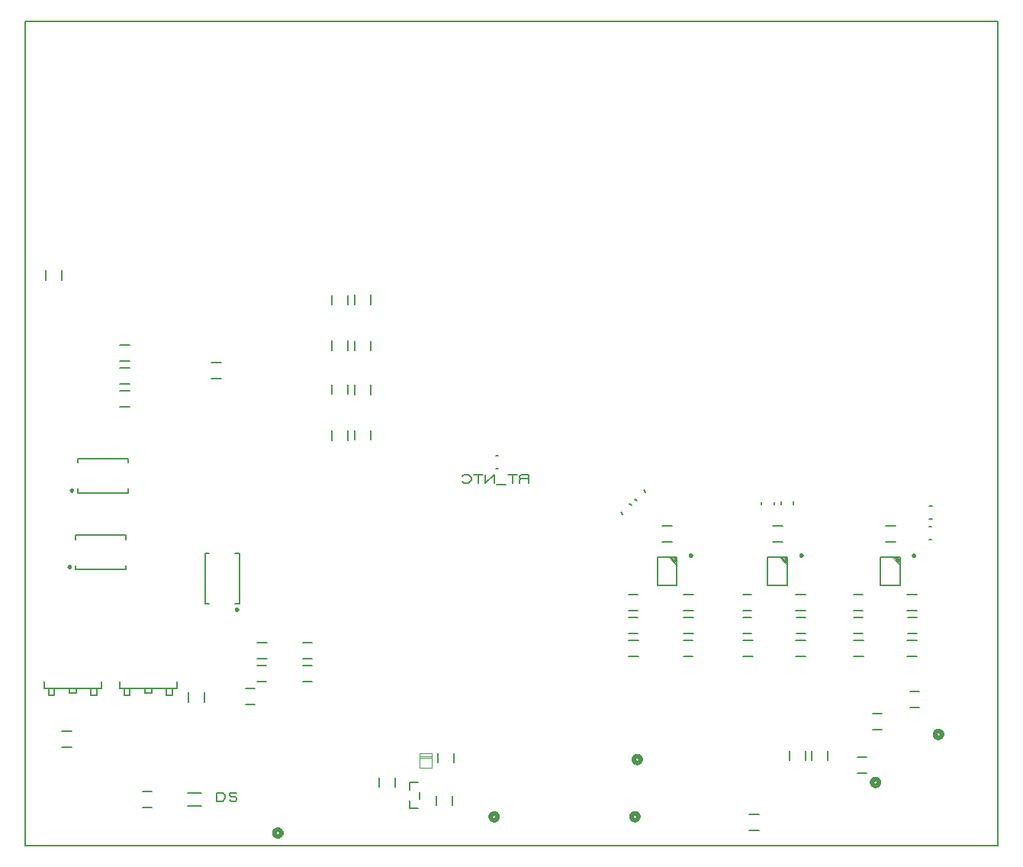
<source format=gbr>
G04 PROTEUS GERBER X2 FILE*
%TF.GenerationSoftware,Labcenter,Proteus,8.7-SP3-Build25561*%
%TF.CreationDate,2021-07-11T19:21:44+00:00*%
%TF.FileFunction,Legend,Bot*%
%TF.FilePolarity,Positive*%
%TF.Part,Single*%
%TF.SameCoordinates,{e2a5a0b5-523e-413d-a229-b9dd8a4e077c}*%
%FSLAX45Y45*%
%MOMM*%
G01*
%TA.AperFunction,Profile*%
%ADD39C,0.203200*%
%TA.AperFunction,Material*%
%ADD49C,0.200000*%
%ADD47C,0.203200*%
%ADD53C,0.250000*%
%ADD54C,0.100000*%
%ADD50C,0.508000*%
%ADD48C,0.101600*%
%TD.AperFunction*%
D39*
X-1079500Y-6413500D02*
X+9715500Y-6413500D01*
X+9715500Y+2730500D01*
X-1079500Y+2730500D01*
X-1079500Y-6413500D01*
D49*
X+2503000Y-811000D02*
X+2503000Y-921000D01*
X+2323000Y-811000D02*
X+2323000Y-921000D01*
X+2503000Y-313000D02*
X+2503000Y-413000D01*
X+2323000Y-313000D02*
X+2323000Y-413000D01*
X+2757000Y-303000D02*
X+2757000Y-413000D01*
X+2577000Y-303000D02*
X+2577000Y-413000D01*
X+2757000Y-821000D02*
X+2757000Y-921000D01*
X+2577000Y-821000D02*
X+2577000Y-921000D01*
D47*
X-235700Y-4597400D02*
X-235700Y-4673600D01*
X-870700Y-4673600D01*
X-870700Y-4597400D01*
X-515100Y-4673600D02*
X-515100Y-4724400D01*
X-591300Y-4724400D01*
X-591300Y-4673600D01*
X-286500Y-4673600D02*
X-286500Y-4749800D01*
X-350000Y-4749800D01*
X-350000Y-4673600D01*
X-819900Y-4673600D02*
X-819900Y-4749800D01*
X-756400Y-4749800D01*
X-756400Y-4673600D02*
X-756400Y-4749800D01*
X+602500Y-4597400D02*
X+602500Y-4673600D01*
X-32500Y-4673600D01*
X-32500Y-4597400D01*
X+323100Y-4673600D02*
X+323100Y-4724400D01*
X+246900Y-4724400D01*
X+246900Y-4673600D01*
X+551700Y-4673600D02*
X+551700Y-4749800D01*
X+488200Y-4749800D01*
X+488200Y-4673600D01*
X+18300Y-4673600D02*
X+18300Y-4749800D01*
X+81800Y-4749800D01*
X+81800Y-4673600D02*
X+81800Y-4749800D01*
D49*
X+78000Y-1550500D02*
X-32000Y-1550500D01*
X+78000Y-1370500D02*
X-32000Y-1370500D01*
X+78000Y-1042500D02*
X-32000Y-1042500D01*
X+78000Y-862500D02*
X-32000Y-862500D01*
X+78000Y-1296500D02*
X-32000Y-1296500D01*
X+78000Y-1116500D02*
X-32000Y-1116500D01*
X+984000Y-1053000D02*
X+1094000Y-1053000D01*
X+984000Y-1233000D02*
X+1094000Y-1233000D01*
X-564100Y-5322400D02*
X-674100Y-5322400D01*
X-564100Y-5142400D02*
X-674100Y-5142400D01*
X+728400Y-4819900D02*
X+728400Y-4709900D01*
X+908400Y-4819900D02*
X+908400Y-4709900D01*
X+2757000Y-1301500D02*
X+2757000Y-1411500D01*
X+2577000Y-1301500D02*
X+2577000Y-1411500D01*
X+2503000Y-1809500D02*
X+2503000Y-1919500D01*
X+2323000Y-1809500D02*
X+2323000Y-1919500D01*
X+2757000Y-1809500D02*
X+2757000Y-1909500D01*
X+2577000Y-1809500D02*
X+2577000Y-1909500D01*
X+2503000Y-1301500D02*
X+2503000Y-1401500D01*
X+2323000Y-1301500D02*
X+2323000Y-1401500D01*
D53*
X+6316500Y-3195902D02*
X+6316457Y-3194863D01*
X+6316105Y-3192784D01*
X+6315368Y-3190705D01*
X+6314164Y-3188626D01*
X+6312323Y-3186576D01*
X+6310244Y-3185073D01*
X+6308165Y-3184116D01*
X+6306086Y-3183577D01*
X+6304007Y-3183402D01*
X+6304000Y-3183402D01*
X+6291500Y-3195902D02*
X+6291543Y-3194863D01*
X+6291895Y-3192784D01*
X+6292632Y-3190705D01*
X+6293836Y-3188626D01*
X+6295677Y-3186576D01*
X+6297756Y-3185073D01*
X+6299835Y-3184116D01*
X+6301914Y-3183577D01*
X+6303993Y-3183402D01*
X+6304000Y-3183402D01*
X+6291500Y-3195902D02*
X+6291543Y-3196941D01*
X+6291895Y-3199020D01*
X+6292632Y-3201099D01*
X+6293836Y-3203178D01*
X+6295677Y-3205228D01*
X+6297756Y-3206731D01*
X+6299835Y-3207688D01*
X+6301914Y-3208227D01*
X+6303993Y-3208402D01*
X+6304000Y-3208402D01*
X+6316500Y-3195902D02*
X+6316457Y-3196941D01*
X+6316105Y-3199020D01*
X+6315368Y-3201099D01*
X+6314164Y-3203178D01*
X+6312323Y-3205228D01*
X+6310244Y-3206731D01*
X+6308165Y-3207688D01*
X+6306086Y-3208227D01*
X+6304007Y-3208402D01*
X+6304000Y-3208402D01*
D49*
X+6154000Y-3525902D02*
X+5934000Y-3525902D01*
X+5934000Y-3215902D01*
X+6154000Y-3215902D01*
X+6154000Y-3525902D01*
D54*
X+6154000Y-3225902D02*
X+6144000Y-3215902D01*
X+6154000Y-3235902D02*
X+6134000Y-3215902D01*
X+6154000Y-3245902D02*
X+6124000Y-3215902D01*
X+6154000Y-3255902D02*
X+6114000Y-3215902D01*
X+6154000Y-3265902D02*
X+6104000Y-3215902D01*
X+6154000Y-3275902D02*
X+6094000Y-3215902D01*
X+6154000Y-3285902D02*
X+6084000Y-3215902D01*
X+6154000Y-3295902D02*
X+6074000Y-3215902D01*
X+6154000Y-3305902D02*
X+6064000Y-3215902D01*
D53*
X+7543607Y-3195533D02*
X+7543564Y-3194494D01*
X+7543212Y-3192415D01*
X+7542475Y-3190336D01*
X+7541271Y-3188257D01*
X+7539430Y-3186207D01*
X+7537351Y-3184704D01*
X+7535272Y-3183747D01*
X+7533193Y-3183208D01*
X+7531114Y-3183033D01*
X+7531107Y-3183033D01*
X+7518607Y-3195533D02*
X+7518650Y-3194494D01*
X+7519002Y-3192415D01*
X+7519739Y-3190336D01*
X+7520943Y-3188257D01*
X+7522784Y-3186207D01*
X+7524863Y-3184704D01*
X+7526942Y-3183747D01*
X+7529021Y-3183208D01*
X+7531100Y-3183033D01*
X+7531107Y-3183033D01*
X+7518607Y-3195533D02*
X+7518650Y-3196572D01*
X+7519002Y-3198651D01*
X+7519739Y-3200730D01*
X+7520943Y-3202809D01*
X+7522784Y-3204859D01*
X+7524863Y-3206362D01*
X+7526942Y-3207319D01*
X+7529021Y-3207858D01*
X+7531100Y-3208033D01*
X+7531107Y-3208033D01*
X+7543607Y-3195533D02*
X+7543564Y-3196572D01*
X+7543212Y-3198651D01*
X+7542475Y-3200730D01*
X+7541271Y-3202809D01*
X+7539430Y-3204859D01*
X+7537351Y-3206362D01*
X+7535272Y-3207319D01*
X+7533193Y-3207858D01*
X+7531114Y-3208033D01*
X+7531107Y-3208033D01*
D49*
X+7381107Y-3525533D02*
X+7161107Y-3525533D01*
X+7161107Y-3215533D01*
X+7381107Y-3215533D01*
X+7381107Y-3525533D01*
D54*
X+7381107Y-3225533D02*
X+7371107Y-3215533D01*
X+7381107Y-3235533D02*
X+7361107Y-3215533D01*
X+7381107Y-3245533D02*
X+7351107Y-3215533D01*
X+7381107Y-3255533D02*
X+7341107Y-3215533D01*
X+7381107Y-3265533D02*
X+7331107Y-3215533D01*
X+7381107Y-3275533D02*
X+7321107Y-3215533D01*
X+7381107Y-3285533D02*
X+7311107Y-3215533D01*
X+7381107Y-3295533D02*
X+7301107Y-3215533D01*
X+7381107Y-3305533D02*
X+7291107Y-3215533D01*
D53*
X+8793369Y-3197033D02*
X+8793326Y-3195994D01*
X+8792974Y-3193915D01*
X+8792237Y-3191836D01*
X+8791033Y-3189757D01*
X+8789192Y-3187707D01*
X+8787113Y-3186204D01*
X+8785034Y-3185247D01*
X+8782955Y-3184708D01*
X+8780876Y-3184533D01*
X+8780869Y-3184533D01*
X+8768369Y-3197033D02*
X+8768412Y-3195994D01*
X+8768764Y-3193915D01*
X+8769501Y-3191836D01*
X+8770705Y-3189757D01*
X+8772546Y-3187707D01*
X+8774625Y-3186204D01*
X+8776704Y-3185247D01*
X+8778783Y-3184708D01*
X+8780862Y-3184533D01*
X+8780869Y-3184533D01*
X+8768369Y-3197033D02*
X+8768412Y-3198072D01*
X+8768764Y-3200151D01*
X+8769501Y-3202230D01*
X+8770705Y-3204309D01*
X+8772546Y-3206359D01*
X+8774625Y-3207862D01*
X+8776704Y-3208819D01*
X+8778783Y-3209358D01*
X+8780862Y-3209533D01*
X+8780869Y-3209533D01*
X+8793369Y-3197033D02*
X+8793326Y-3198072D01*
X+8792974Y-3200151D01*
X+8792237Y-3202230D01*
X+8791033Y-3204309D01*
X+8789192Y-3206359D01*
X+8787113Y-3207862D01*
X+8785034Y-3208819D01*
X+8782955Y-3209358D01*
X+8780876Y-3209533D01*
X+8780869Y-3209533D01*
D49*
X+8630869Y-3527033D02*
X+8410869Y-3527033D01*
X+8410869Y-3217033D01*
X+8630869Y-3217033D01*
X+8630869Y-3527033D01*
D54*
X+8630869Y-3227033D02*
X+8620869Y-3217033D01*
X+8630869Y-3237033D02*
X+8610869Y-3217033D01*
X+8630869Y-3247033D02*
X+8600869Y-3217033D01*
X+8630869Y-3257033D02*
X+8590869Y-3217033D01*
X+8630869Y-3267033D02*
X+8580869Y-3217033D01*
X+8630869Y-3277033D02*
X+8570869Y-3217033D01*
X+8630869Y-3287033D02*
X+8560869Y-3217033D01*
X+8630869Y-3297033D02*
X+8550869Y-3217033D01*
X+8630869Y-3307033D02*
X+8540869Y-3217033D01*
D49*
X+6100500Y-3047402D02*
X+5990500Y-3047402D01*
X+6100500Y-2867402D02*
X+5990500Y-2867402D01*
X+7327607Y-3047033D02*
X+7217607Y-3047033D01*
X+7327607Y-2867033D02*
X+7217607Y-2867033D01*
X+8577369Y-3048533D02*
X+8467369Y-3048533D01*
X+8577369Y-2868533D02*
X+8467369Y-2868533D01*
X+6337000Y-3809402D02*
X+6227000Y-3809402D01*
X+6337000Y-3629402D02*
X+6227000Y-3629402D01*
X+7581607Y-3809033D02*
X+7471607Y-3809033D01*
X+7581607Y-3629033D02*
X+7471607Y-3629033D01*
X+8813869Y-3809033D02*
X+8703869Y-3809033D01*
X+8813869Y-3629033D02*
X+8703869Y-3629033D01*
X+6337000Y-4063402D02*
X+6227000Y-4063402D01*
X+6337000Y-3883402D02*
X+6227000Y-3883402D01*
X+5729500Y-4317402D02*
X+5619500Y-4317402D01*
X+5729500Y-4137402D02*
X+5619500Y-4137402D01*
X+5619500Y-3629402D02*
X+5719500Y-3629402D01*
X+5619500Y-3809402D02*
X+5719500Y-3809402D01*
X+6327000Y-4317402D02*
X+6227000Y-4317402D01*
X+6327000Y-4137402D02*
X+6227000Y-4137402D01*
X+5719500Y-4063402D02*
X+5619500Y-4063402D01*
X+5719500Y-3883402D02*
X+5619500Y-3883402D01*
X+6882607Y-3629033D02*
X+6982607Y-3629033D01*
X+6882607Y-3809033D02*
X+6982607Y-3809033D01*
X+7581607Y-4063033D02*
X+7481607Y-4063033D01*
X+7581607Y-3883033D02*
X+7481607Y-3883033D01*
X+6982607Y-4063033D02*
X+6882607Y-4063033D01*
X+6982607Y-3883033D02*
X+6882607Y-3883033D01*
X+8114869Y-3629033D02*
X+8214869Y-3629033D01*
X+8114869Y-3809033D02*
X+8214869Y-3809033D01*
X+8813869Y-4063033D02*
X+8713869Y-4063033D01*
X+8813869Y-3883033D02*
X+8713869Y-3883033D01*
X+8214869Y-4063033D02*
X+8114869Y-4063033D01*
X+8214869Y-3883033D02*
X+8114869Y-3883033D01*
X+6992607Y-4317033D02*
X+6882607Y-4317033D01*
X+6992607Y-4137033D02*
X+6882607Y-4137033D01*
X+7581607Y-4317033D02*
X+7471607Y-4317033D01*
X+7581607Y-4137033D02*
X+7471607Y-4137033D01*
X+8224869Y-4317033D02*
X+8114869Y-4317033D01*
X+8224869Y-4137033D02*
X+8114869Y-4137033D01*
X+8813869Y-4317033D02*
X+8703869Y-4317033D01*
X+8813869Y-4137033D02*
X+8703869Y-4137033D01*
X+7063000Y-6249500D02*
X+6953000Y-6249500D01*
X+7063000Y-6069500D02*
X+6953000Y-6069500D01*
X+1602000Y-4344500D02*
X+1492000Y-4344500D01*
X+1602000Y-4164500D02*
X+1492000Y-4164500D01*
X-672000Y-31500D02*
X-672000Y-141500D01*
X-852000Y-31500D02*
X-852000Y-141500D01*
D47*
X+718820Y-5979160D02*
X+871220Y-5979160D01*
X+721360Y-5831840D02*
X+871220Y-5831840D01*
X+1046480Y-5829301D02*
X+1046480Y-5920741D01*
X+1109980Y-5920741D01*
X+1141730Y-5890261D01*
X+1141730Y-5859781D01*
X+1109980Y-5829301D01*
X+1046480Y-5829301D01*
X+1189355Y-5905501D02*
X+1205230Y-5920741D01*
X+1252855Y-5920741D01*
X+1268730Y-5905501D01*
X+1268730Y-5890261D01*
X+1252855Y-5875021D01*
X+1205230Y-5875021D01*
X+1189355Y-5859781D01*
X+1189355Y-5829301D01*
X+1268730Y-5829301D01*
D50*
X+9093200Y-5181500D02*
X+9093069Y-5178342D01*
X+9092003Y-5172024D01*
X+9089772Y-5165706D01*
X+9086127Y-5159388D01*
X+9080552Y-5153149D01*
X+9074234Y-5148553D01*
X+9067916Y-5145620D01*
X+9061598Y-5143958D01*
X+9055280Y-5143400D01*
X+9055100Y-5143400D01*
X+9017000Y-5181500D02*
X+9017131Y-5178342D01*
X+9018197Y-5172024D01*
X+9020428Y-5165706D01*
X+9024073Y-5159388D01*
X+9029648Y-5153149D01*
X+9035966Y-5148553D01*
X+9042284Y-5145620D01*
X+9048602Y-5143958D01*
X+9054920Y-5143400D01*
X+9055100Y-5143400D01*
X+9017000Y-5181500D02*
X+9017131Y-5184658D01*
X+9018197Y-5190976D01*
X+9020428Y-5197294D01*
X+9024073Y-5203612D01*
X+9029648Y-5209851D01*
X+9035966Y-5214447D01*
X+9042284Y-5217380D01*
X+9048602Y-5219042D01*
X+9054920Y-5219600D01*
X+9055100Y-5219600D01*
X+9093200Y-5181500D02*
X+9093069Y-5184658D01*
X+9092003Y-5190976D01*
X+9089772Y-5197294D01*
X+9086127Y-5203612D01*
X+9080552Y-5209851D01*
X+9074234Y-5214447D01*
X+9067916Y-5217380D01*
X+9061598Y-5219042D01*
X+9055280Y-5219600D01*
X+9055100Y-5219600D01*
D49*
X+8159500Y-5434500D02*
X+8259500Y-5434500D01*
X+8159500Y-5614500D02*
X+8259500Y-5614500D01*
X+7583000Y-5365500D02*
X+7583000Y-5465500D01*
X+7403000Y-5365500D02*
X+7403000Y-5465500D01*
X+7647500Y-5465500D02*
X+7647500Y-5365500D01*
X+7827500Y-5465500D02*
X+7827500Y-5365500D01*
X+8738416Y-4703216D02*
X+8838416Y-4703216D01*
X+8738416Y-4883216D02*
X+8838416Y-4883216D01*
X+324100Y-5995500D02*
X+224100Y-5995500D01*
X+324100Y-5815500D02*
X+224100Y-5815500D01*
X+2000000Y-4418500D02*
X+2100000Y-4418500D01*
X+2000000Y-4598500D02*
X+2100000Y-4598500D01*
X+2000000Y-4164500D02*
X+2100000Y-4164500D01*
X+2000000Y-4344500D02*
X+2100000Y-4344500D01*
X+1492000Y-4418500D02*
X+1592000Y-4418500D01*
X+1492000Y-4598500D02*
X+1592000Y-4598500D01*
X+1465000Y-4852500D02*
X+1365000Y-4852500D01*
X+1465000Y-4672500D02*
X+1365000Y-4672500D01*
D50*
X+8394600Y-5715000D02*
X+8394469Y-5711842D01*
X+8393403Y-5705524D01*
X+8391172Y-5699206D01*
X+8387527Y-5692888D01*
X+8381952Y-5686649D01*
X+8375634Y-5682053D01*
X+8369316Y-5679120D01*
X+8362998Y-5677458D01*
X+8356680Y-5676900D01*
X+8356500Y-5676900D01*
X+8318400Y-5715000D02*
X+8318531Y-5711842D01*
X+8319597Y-5705524D01*
X+8321828Y-5699206D01*
X+8325473Y-5692888D01*
X+8331048Y-5686649D01*
X+8337366Y-5682053D01*
X+8343684Y-5679120D01*
X+8350002Y-5677458D01*
X+8356320Y-5676900D01*
X+8356500Y-5676900D01*
X+8318400Y-5715000D02*
X+8318531Y-5718158D01*
X+8319597Y-5724476D01*
X+8321828Y-5730794D01*
X+8325473Y-5737112D01*
X+8331048Y-5743351D01*
X+8337366Y-5747947D01*
X+8343684Y-5750880D01*
X+8350002Y-5752542D01*
X+8356320Y-5753100D01*
X+8356500Y-5753100D01*
X+8394600Y-5715000D02*
X+8394469Y-5718158D01*
X+8393403Y-5724476D01*
X+8391172Y-5730794D01*
X+8387527Y-5737112D01*
X+8381952Y-5743351D01*
X+8375634Y-5747947D01*
X+8369316Y-5750880D01*
X+8362998Y-5752542D01*
X+8356680Y-5753100D01*
X+8356500Y-5753100D01*
X+4162600Y-6096000D02*
X+4162469Y-6092842D01*
X+4161403Y-6086524D01*
X+4159172Y-6080206D01*
X+4155527Y-6073888D01*
X+4149952Y-6067649D01*
X+4143634Y-6063053D01*
X+4137316Y-6060120D01*
X+4130998Y-6058458D01*
X+4124680Y-6057900D01*
X+4124500Y-6057900D01*
X+4086400Y-6096000D02*
X+4086531Y-6092842D01*
X+4087597Y-6086524D01*
X+4089828Y-6080206D01*
X+4093473Y-6073888D01*
X+4099048Y-6067649D01*
X+4105366Y-6063053D01*
X+4111684Y-6060120D01*
X+4118002Y-6058458D01*
X+4124320Y-6057900D01*
X+4124500Y-6057900D01*
X+4086400Y-6096000D02*
X+4086531Y-6099158D01*
X+4087597Y-6105476D01*
X+4089828Y-6111794D01*
X+4093473Y-6118112D01*
X+4099048Y-6124351D01*
X+4105366Y-6128947D01*
X+4111684Y-6131880D01*
X+4118002Y-6133542D01*
X+4124320Y-6134100D01*
X+4124500Y-6134100D01*
X+4162600Y-6096000D02*
X+4162469Y-6099158D01*
X+4161403Y-6105476D01*
X+4159172Y-6111794D01*
X+4155527Y-6118112D01*
X+4149952Y-6124351D01*
X+4143634Y-6128947D01*
X+4137316Y-6131880D01*
X+4130998Y-6133542D01*
X+4124680Y-6134100D01*
X+4124500Y-6134100D01*
X+5724600Y-6096000D02*
X+5724469Y-6092842D01*
X+5723403Y-6086524D01*
X+5721172Y-6080206D01*
X+5717527Y-6073888D01*
X+5711952Y-6067649D01*
X+5705634Y-6063053D01*
X+5699316Y-6060120D01*
X+5692998Y-6058458D01*
X+5686680Y-6057900D01*
X+5686500Y-6057900D01*
X+5648400Y-6096000D02*
X+5648531Y-6092842D01*
X+5649597Y-6086524D01*
X+5651828Y-6080206D01*
X+5655473Y-6073888D01*
X+5661048Y-6067649D01*
X+5667366Y-6063053D01*
X+5673684Y-6060120D01*
X+5680002Y-6058458D01*
X+5686320Y-6057900D01*
X+5686500Y-6057900D01*
X+5648400Y-6096000D02*
X+5648531Y-6099158D01*
X+5649597Y-6105476D01*
X+5651828Y-6111794D01*
X+5655473Y-6118112D01*
X+5661048Y-6124351D01*
X+5667366Y-6128947D01*
X+5673684Y-6131880D01*
X+5680002Y-6133542D01*
X+5686320Y-6134100D01*
X+5686500Y-6134100D01*
X+5724600Y-6096000D02*
X+5724469Y-6099158D01*
X+5723403Y-6105476D01*
X+5721172Y-6111794D01*
X+5717527Y-6118112D01*
X+5711952Y-6124351D01*
X+5705634Y-6128947D01*
X+5699316Y-6131880D01*
X+5692998Y-6133542D01*
X+5686680Y-6134100D01*
X+5686500Y-6134100D01*
X+5750100Y-5461000D02*
X+5749969Y-5457842D01*
X+5748903Y-5451524D01*
X+5746672Y-5445206D01*
X+5743027Y-5438888D01*
X+5737452Y-5432649D01*
X+5731134Y-5428053D01*
X+5724816Y-5425120D01*
X+5718498Y-5423458D01*
X+5712180Y-5422900D01*
X+5712000Y-5422900D01*
X+5673900Y-5461000D02*
X+5674031Y-5457842D01*
X+5675097Y-5451524D01*
X+5677328Y-5445206D01*
X+5680973Y-5438888D01*
X+5686548Y-5432649D01*
X+5692866Y-5428053D01*
X+5699184Y-5425120D01*
X+5705502Y-5423458D01*
X+5711820Y-5422900D01*
X+5712000Y-5422900D01*
X+5673900Y-5461000D02*
X+5674031Y-5464158D01*
X+5675097Y-5470476D01*
X+5677328Y-5476794D01*
X+5680973Y-5483112D01*
X+5686548Y-5489351D01*
X+5692866Y-5493947D01*
X+5699184Y-5496880D01*
X+5705502Y-5498542D01*
X+5711820Y-5499100D01*
X+5712000Y-5499100D01*
X+5750100Y-5461000D02*
X+5749969Y-5464158D01*
X+5748903Y-5470476D01*
X+5746672Y-5476794D01*
X+5743027Y-5483112D01*
X+5737452Y-5489351D01*
X+5731134Y-5493947D01*
X+5724816Y-5496880D01*
X+5718498Y-5498542D01*
X+5712180Y-5499100D01*
X+5712000Y-5499100D01*
X+1761085Y-6276892D02*
X+1760954Y-6273734D01*
X+1759888Y-6267416D01*
X+1757657Y-6261098D01*
X+1754012Y-6254780D01*
X+1748437Y-6248541D01*
X+1742119Y-6243945D01*
X+1735801Y-6241012D01*
X+1729483Y-6239350D01*
X+1723165Y-6238792D01*
X+1722985Y-6238792D01*
X+1684885Y-6276892D02*
X+1685016Y-6273734D01*
X+1686082Y-6267416D01*
X+1688313Y-6261098D01*
X+1691958Y-6254780D01*
X+1697533Y-6248541D01*
X+1703851Y-6243945D01*
X+1710169Y-6241012D01*
X+1716487Y-6239350D01*
X+1722805Y-6238792D01*
X+1722985Y-6238792D01*
X+1684885Y-6276892D02*
X+1685016Y-6280050D01*
X+1686082Y-6286368D01*
X+1688313Y-6292686D01*
X+1691958Y-6299004D01*
X+1697533Y-6305243D01*
X+1703851Y-6309839D01*
X+1710169Y-6312772D01*
X+1716487Y-6314434D01*
X+1722805Y-6314992D01*
X+1722985Y-6314992D01*
X+1761085Y-6276892D02*
X+1760954Y-6280050D01*
X+1759888Y-6286368D01*
X+1757657Y-6292686D01*
X+1754012Y-6299004D01*
X+1748437Y-6305243D01*
X+1742119Y-6309839D01*
X+1735801Y-6312772D01*
X+1729483Y-6314434D01*
X+1723165Y-6314992D01*
X+1722985Y-6314992D01*
D49*
X+4139500Y-2089000D02*
X+4169500Y-2089000D01*
X+4139500Y-2229000D02*
X+4169500Y-2229000D01*
D47*
X+4503750Y-2392670D02*
X+4503750Y-2301230D01*
X+4424375Y-2301230D01*
X+4408500Y-2316470D01*
X+4408500Y-2331710D01*
X+4424375Y-2346950D01*
X+4503750Y-2346950D01*
X+4424375Y-2346950D02*
X+4408500Y-2362190D01*
X+4408500Y-2392670D01*
X+4376750Y-2301230D02*
X+4281500Y-2301230D01*
X+4329125Y-2301230D02*
X+4329125Y-2392670D01*
X+4249750Y-2407910D02*
X+4154500Y-2407910D01*
X+4122750Y-2392670D02*
X+4122750Y-2301230D01*
X+4027500Y-2392670D01*
X+4027500Y-2301230D01*
X+3995750Y-2301230D02*
X+3900500Y-2301230D01*
X+3948125Y-2301230D02*
X+3948125Y-2392670D01*
X+3773500Y-2377430D02*
X+3789375Y-2392670D01*
X+3837000Y-2392670D01*
X+3868750Y-2362190D01*
X+3868750Y-2331710D01*
X+3837000Y-2301230D01*
X+3789375Y-2301230D01*
X+3773500Y-2316470D01*
D49*
X+3499358Y-5492074D02*
X+3499358Y-5392074D01*
X+3679358Y-5492074D02*
X+3679358Y-5392074D01*
X+3658700Y-5862900D02*
X+3658700Y-5962900D01*
X+3478700Y-5862900D02*
X+3478700Y-5962900D01*
X+2843700Y-5759700D02*
X+2843700Y-5659700D01*
X+3023700Y-5759700D02*
X+3023700Y-5659700D01*
D47*
X+3185160Y-6004560D02*
X+3185160Y-5915660D01*
X+3296920Y-5897880D02*
X+3296920Y-5826760D01*
X+3185160Y-6004560D02*
X+3276600Y-6004560D01*
X+3279140Y-5715000D02*
X+3185160Y-5715000D01*
X+3185160Y-5801360D01*
D53*
X-577400Y-3322300D02*
X-577443Y-3321261D01*
X-577795Y-3319182D01*
X-578532Y-3317103D01*
X-579736Y-3315024D01*
X-581577Y-3312974D01*
X-583656Y-3311471D01*
X-585735Y-3310514D01*
X-587814Y-3309975D01*
X-589893Y-3309800D01*
X-589900Y-3309800D01*
X-602400Y-3322300D02*
X-602357Y-3321261D01*
X-602005Y-3319182D01*
X-601268Y-3317103D01*
X-600064Y-3315024D01*
X-598223Y-3312974D01*
X-596144Y-3311471D01*
X-594065Y-3310514D01*
X-591986Y-3309975D01*
X-589907Y-3309800D01*
X-589900Y-3309800D01*
X-602400Y-3322300D02*
X-602357Y-3323339D01*
X-602005Y-3325418D01*
X-601268Y-3327497D01*
X-600064Y-3329576D01*
X-598223Y-3331626D01*
X-596144Y-3333129D01*
X-594065Y-3334086D01*
X-591986Y-3334625D01*
X-589907Y-3334800D01*
X-589900Y-3334800D01*
X-577400Y-3322300D02*
X-577443Y-3323339D01*
X-577795Y-3325418D01*
X-578532Y-3327497D01*
X-579736Y-3329576D01*
X-581577Y-3331626D01*
X-583656Y-3333129D01*
X-585735Y-3334086D01*
X-587814Y-3334625D01*
X-589893Y-3334800D01*
X-589900Y-3334800D01*
D49*
X-524900Y-3307300D02*
X-524900Y-3352300D01*
X+35100Y-3352300D01*
X+35100Y-3307300D01*
X-524900Y-3017300D02*
X-524900Y-2972300D01*
X+35100Y-2972300D01*
X+35100Y-3017300D01*
D53*
X-552000Y-2471400D02*
X-552043Y-2470361D01*
X-552395Y-2468282D01*
X-553132Y-2466203D01*
X-554336Y-2464124D01*
X-556177Y-2462074D01*
X-558256Y-2460571D01*
X-560335Y-2459614D01*
X-562414Y-2459075D01*
X-564493Y-2458900D01*
X-564500Y-2458900D01*
X-577000Y-2471400D02*
X-576957Y-2470361D01*
X-576605Y-2468282D01*
X-575868Y-2466203D01*
X-574664Y-2464124D01*
X-572823Y-2462074D01*
X-570744Y-2460571D01*
X-568665Y-2459614D01*
X-566586Y-2459075D01*
X-564507Y-2458900D01*
X-564500Y-2458900D01*
X-577000Y-2471400D02*
X-576957Y-2472439D01*
X-576605Y-2474518D01*
X-575868Y-2476597D01*
X-574664Y-2478676D01*
X-572823Y-2480726D01*
X-570744Y-2482229D01*
X-568665Y-2483186D01*
X-566586Y-2483725D01*
X-564507Y-2483900D01*
X-564500Y-2483900D01*
X-552000Y-2471400D02*
X-552043Y-2472439D01*
X-552395Y-2474518D01*
X-553132Y-2476597D01*
X-554336Y-2478676D01*
X-556177Y-2480726D01*
X-558256Y-2482229D01*
X-560335Y-2483186D01*
X-562414Y-2483725D01*
X-564493Y-2483900D01*
X-564500Y-2483900D01*
D49*
X-499500Y-2456400D02*
X-499500Y-2501400D01*
X+60500Y-2501400D01*
X+60500Y-2456400D01*
X-499500Y-2166400D02*
X-499500Y-2121400D01*
X+60500Y-2121400D01*
X+60500Y-2166400D01*
D53*
X+1277400Y-3795800D02*
X+1277357Y-3794761D01*
X+1277005Y-3792682D01*
X+1276268Y-3790603D01*
X+1275064Y-3788524D01*
X+1273223Y-3786474D01*
X+1271144Y-3784971D01*
X+1269065Y-3784014D01*
X+1266986Y-3783475D01*
X+1264907Y-3783300D01*
X+1264900Y-3783300D01*
X+1252400Y-3795800D02*
X+1252443Y-3794761D01*
X+1252795Y-3792682D01*
X+1253532Y-3790603D01*
X+1254736Y-3788524D01*
X+1256577Y-3786474D01*
X+1258656Y-3784971D01*
X+1260735Y-3784014D01*
X+1262814Y-3783475D01*
X+1264893Y-3783300D01*
X+1264900Y-3783300D01*
X+1252400Y-3795800D02*
X+1252443Y-3796839D01*
X+1252795Y-3798918D01*
X+1253532Y-3800997D01*
X+1254736Y-3803076D01*
X+1256577Y-3805126D01*
X+1258656Y-3806629D01*
X+1260735Y-3807586D01*
X+1262814Y-3808125D01*
X+1264893Y-3808300D01*
X+1264900Y-3808300D01*
X+1277400Y-3795800D02*
X+1277357Y-3796839D01*
X+1277005Y-3798918D01*
X+1276268Y-3800997D01*
X+1275064Y-3803076D01*
X+1273223Y-3805126D01*
X+1271144Y-3806629D01*
X+1269065Y-3807586D01*
X+1266986Y-3808125D01*
X+1264907Y-3808300D01*
X+1264900Y-3808300D01*
D49*
X+1249900Y-3730800D02*
X+1294900Y-3730800D01*
X+1294900Y-3170800D01*
X+1249900Y-3170800D01*
X+959900Y-3730800D02*
X+914900Y-3730800D01*
X+914900Y-3170800D01*
X+959900Y-3170800D01*
X+8426700Y-5131900D02*
X+8326700Y-5131900D01*
X+8426700Y-4951900D02*
X+8326700Y-4951900D01*
D48*
X+3295500Y-5421357D02*
X+3435500Y-5421357D01*
X+3295500Y-5441357D02*
X+3435500Y-5441357D01*
X+3295500Y-5551357D02*
X+3435500Y-5551357D01*
X+3435500Y-5391357D01*
X+3295500Y-5391357D01*
X+3295500Y-5551357D01*
D49*
X+5550709Y-2739804D02*
X+5529496Y-2718591D01*
X+5649704Y-2640809D02*
X+5628491Y-2619596D01*
X+5706998Y-2592893D02*
X+5685785Y-2571680D01*
X+5805993Y-2493898D02*
X+5784780Y-2472685D01*
X+7092800Y-2632800D02*
X+7092800Y-2602800D01*
X+7232800Y-2632800D02*
X+7232800Y-2602800D01*
X+7308700Y-2629600D02*
X+7308700Y-2599600D01*
X+7448700Y-2629600D02*
X+7448700Y-2599600D01*
X+8952800Y-2647800D02*
X+8982800Y-2647800D01*
X+8952800Y-2787800D02*
X+8982800Y-2787800D01*
X+8949600Y-2876400D02*
X+8979600Y-2876400D01*
X+8949600Y-3016400D02*
X+8979600Y-3016400D01*
M02*

</source>
